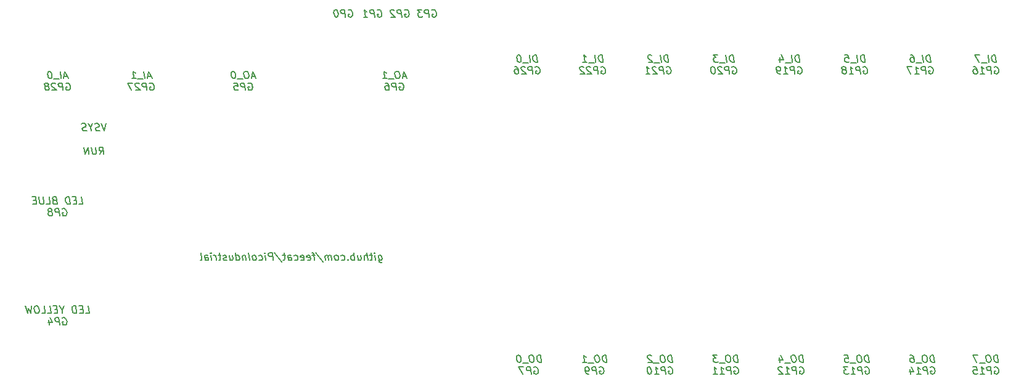
<source format=gbo>
%TF.GenerationSoftware,KiCad,Pcbnew,(5.99.0-7040-g8c08b861ab)*%
%TF.CreationDate,2021-03-18T10:44:16+08:00*%
%TF.ProjectId,PicoIndustrial,5069636f-496e-4647-9573-747269616c2e,rev?*%
%TF.SameCoordinates,Original*%
%TF.FileFunction,Legend,Bot*%
%TF.FilePolarity,Positive*%
%FSLAX46Y46*%
G04 Gerber Fmt 4.6, Leading zero omitted, Abs format (unit mm)*
G04 Created by KiCad (PCBNEW (5.99.0-7040-g8c08b861ab)) date 2021-03-18 10:44:16*
%MOMM*%
%LPD*%
G01*
G04 APERTURE LIST*
%ADD10C,0.200000*%
G04 APERTURE END LIST*
D10*
X111939910Y-67500000D02*
X112029196Y-67452380D01*
X112172053Y-67452380D01*
X112320863Y-67500000D01*
X112428005Y-67595238D01*
X112487529Y-67690476D01*
X112558958Y-67880952D01*
X112576815Y-68023809D01*
X112553005Y-68214285D01*
X112517291Y-68309523D01*
X112433958Y-68404761D01*
X112297053Y-68452380D01*
X112201815Y-68452380D01*
X112053005Y-68404761D01*
X111999434Y-68357142D01*
X111957767Y-68023809D01*
X112148244Y-68023809D01*
X111582767Y-68452380D02*
X111457767Y-67452380D01*
X111076815Y-67452380D01*
X110987529Y-67500000D01*
X110945863Y-67547619D01*
X110910148Y-67642857D01*
X110928005Y-67785714D01*
X110987529Y-67880952D01*
X111041101Y-67928571D01*
X111142291Y-67976190D01*
X111523244Y-67976190D01*
X110553005Y-67452380D02*
X109933958Y-67452380D01*
X110314910Y-67833333D01*
X110172053Y-67833333D01*
X110082767Y-67880952D01*
X110041101Y-67928571D01*
X110005386Y-68023809D01*
X110035148Y-68261904D01*
X110094672Y-68357142D01*
X110148244Y-68404761D01*
X110249434Y-68452380D01*
X110535148Y-68452380D01*
X110624434Y-68404761D01*
X110666101Y-68357142D01*
X126451815Y-74647380D02*
X126326815Y-73647380D01*
X126088720Y-73647380D01*
X125951815Y-73695000D01*
X125868482Y-73790238D01*
X125832767Y-73885476D01*
X125808958Y-74075952D01*
X125826815Y-74218809D01*
X125898244Y-74409285D01*
X125957767Y-74504523D01*
X126064910Y-74599761D01*
X126213720Y-74647380D01*
X126451815Y-74647380D01*
X125451815Y-74647380D02*
X125326815Y-73647380D01*
X125225625Y-74742619D02*
X124463720Y-74742619D01*
X123898244Y-73647380D02*
X123803005Y-73647380D01*
X123713720Y-73695000D01*
X123672053Y-73742619D01*
X123636339Y-73837857D01*
X123612529Y-74028333D01*
X123642291Y-74266428D01*
X123713720Y-74456904D01*
X123773244Y-74552142D01*
X123826815Y-74599761D01*
X123928005Y-74647380D01*
X124023244Y-74647380D01*
X124112529Y-74599761D01*
X124154196Y-74552142D01*
X124189910Y-74456904D01*
X124213720Y-74266428D01*
X124183958Y-74028333D01*
X124112529Y-73837857D01*
X124053005Y-73742619D01*
X123999434Y-73695000D01*
X123898244Y-73647380D01*
X126166101Y-75305000D02*
X126255386Y-75257380D01*
X126398244Y-75257380D01*
X126547053Y-75305000D01*
X126654196Y-75400238D01*
X126713720Y-75495476D01*
X126785148Y-75685952D01*
X126803005Y-75828809D01*
X126779196Y-76019285D01*
X126743482Y-76114523D01*
X126660148Y-76209761D01*
X126523244Y-76257380D01*
X126428005Y-76257380D01*
X126279196Y-76209761D01*
X126225625Y-76162142D01*
X126183958Y-75828809D01*
X126374434Y-75828809D01*
X125808958Y-76257380D02*
X125683958Y-75257380D01*
X125303005Y-75257380D01*
X125213720Y-75305000D01*
X125172053Y-75352619D01*
X125136339Y-75447857D01*
X125154196Y-75590714D01*
X125213720Y-75685952D01*
X125267291Y-75733571D01*
X125368482Y-75781190D01*
X125749434Y-75781190D01*
X124743482Y-75352619D02*
X124689910Y-75305000D01*
X124588720Y-75257380D01*
X124350625Y-75257380D01*
X124261339Y-75305000D01*
X124219672Y-75352619D01*
X124183958Y-75447857D01*
X124195863Y-75543095D01*
X124261339Y-75685952D01*
X124904196Y-76257380D01*
X124285148Y-76257380D01*
X123303005Y-75257380D02*
X123493482Y-75257380D01*
X123594672Y-75305000D01*
X123648244Y-75352619D01*
X123761339Y-75495476D01*
X123832767Y-75685952D01*
X123880386Y-76066904D01*
X123844672Y-76162142D01*
X123803005Y-76209761D01*
X123713720Y-76257380D01*
X123523244Y-76257380D01*
X123422053Y-76209761D01*
X123368482Y-76162142D01*
X123308958Y-76066904D01*
X123279196Y-75828809D01*
X123314910Y-75733571D01*
X123356577Y-75685952D01*
X123445863Y-75638333D01*
X123636339Y-75638333D01*
X123737529Y-75685952D01*
X123791101Y-75733571D01*
X123850625Y-75828809D01*
X104587529Y-101185714D02*
X104688720Y-101995238D01*
X104748244Y-102090476D01*
X104801815Y-102138095D01*
X104903005Y-102185714D01*
X105045863Y-102185714D01*
X105135148Y-102138095D01*
X104664910Y-101804761D02*
X104766101Y-101852380D01*
X104956577Y-101852380D01*
X105045863Y-101804761D01*
X105087529Y-101757142D01*
X105123244Y-101661904D01*
X105087529Y-101376190D01*
X105028005Y-101280952D01*
X104974434Y-101233333D01*
X104873244Y-101185714D01*
X104682767Y-101185714D01*
X104593482Y-101233333D01*
X104194672Y-101852380D02*
X104111339Y-101185714D01*
X104069672Y-100852380D02*
X104123244Y-100900000D01*
X104081577Y-100947619D01*
X104028005Y-100900000D01*
X104069672Y-100852380D01*
X104081577Y-100947619D01*
X103778005Y-101185714D02*
X103397053Y-101185714D01*
X103593482Y-100852380D02*
X103700625Y-101709523D01*
X103664910Y-101804761D01*
X103575625Y-101852380D01*
X103480386Y-101852380D01*
X103147053Y-101852380D02*
X103022053Y-100852380D01*
X102718482Y-101852380D02*
X102653005Y-101328571D01*
X102688720Y-101233333D01*
X102778005Y-101185714D01*
X102920863Y-101185714D01*
X103022053Y-101233333D01*
X103075625Y-101280952D01*
X101730386Y-101185714D02*
X101813720Y-101852380D01*
X102158958Y-101185714D02*
X102224434Y-101709523D01*
X102188720Y-101804761D01*
X102099434Y-101852380D01*
X101956577Y-101852380D01*
X101855386Y-101804761D01*
X101801815Y-101757142D01*
X101337529Y-101852380D02*
X101212529Y-100852380D01*
X101260148Y-101233333D02*
X101158958Y-101185714D01*
X100968482Y-101185714D01*
X100879196Y-101233333D01*
X100837529Y-101280952D01*
X100801815Y-101376190D01*
X100837529Y-101661904D01*
X100897053Y-101757142D01*
X100950625Y-101804761D01*
X101051815Y-101852380D01*
X101242291Y-101852380D01*
X101331577Y-101804761D01*
X100420863Y-101757142D02*
X100379196Y-101804761D01*
X100432767Y-101852380D01*
X100474434Y-101804761D01*
X100420863Y-101757142D01*
X100432767Y-101852380D01*
X99522053Y-101804761D02*
X99623244Y-101852380D01*
X99813720Y-101852380D01*
X99903005Y-101804761D01*
X99944672Y-101757142D01*
X99980386Y-101661904D01*
X99944672Y-101376190D01*
X99885148Y-101280952D01*
X99831577Y-101233333D01*
X99730386Y-101185714D01*
X99539910Y-101185714D01*
X99450625Y-101233333D01*
X98956577Y-101852380D02*
X99045863Y-101804761D01*
X99087529Y-101757142D01*
X99123244Y-101661904D01*
X99087529Y-101376190D01*
X99028005Y-101280952D01*
X98974434Y-101233333D01*
X98873244Y-101185714D01*
X98730386Y-101185714D01*
X98641101Y-101233333D01*
X98599434Y-101280952D01*
X98563720Y-101376190D01*
X98599434Y-101661904D01*
X98658958Y-101757142D01*
X98712529Y-101804761D01*
X98813720Y-101852380D01*
X98956577Y-101852380D01*
X98194672Y-101852380D02*
X98111339Y-101185714D01*
X98123244Y-101280952D02*
X98069672Y-101233333D01*
X97968482Y-101185714D01*
X97825625Y-101185714D01*
X97736339Y-101233333D01*
X97700625Y-101328571D01*
X97766101Y-101852380D01*
X97700625Y-101328571D02*
X97641101Y-101233333D01*
X97539910Y-101185714D01*
X97397053Y-101185714D01*
X97307767Y-101233333D01*
X97272053Y-101328571D01*
X97337529Y-101852380D01*
X96016101Y-100804761D02*
X97033958Y-102090476D01*
X95873244Y-101185714D02*
X95492291Y-101185714D01*
X95813720Y-101852380D02*
X95706577Y-100995238D01*
X95647053Y-100900000D01*
X95545863Y-100852380D01*
X95450625Y-100852380D01*
X94855386Y-101804761D02*
X94956577Y-101852380D01*
X95147053Y-101852380D01*
X95236339Y-101804761D01*
X95272053Y-101709523D01*
X95224434Y-101328571D01*
X95164910Y-101233333D01*
X95063720Y-101185714D01*
X94873244Y-101185714D01*
X94783958Y-101233333D01*
X94748244Y-101328571D01*
X94760148Y-101423809D01*
X95248244Y-101519047D01*
X93998244Y-101804761D02*
X94099434Y-101852380D01*
X94289910Y-101852380D01*
X94379196Y-101804761D01*
X94414910Y-101709523D01*
X94367291Y-101328571D01*
X94307767Y-101233333D01*
X94206577Y-101185714D01*
X94016101Y-101185714D01*
X93926815Y-101233333D01*
X93891101Y-101328571D01*
X93903005Y-101423809D01*
X94391101Y-101519047D01*
X93093482Y-101804761D02*
X93194672Y-101852380D01*
X93385148Y-101852380D01*
X93474434Y-101804761D01*
X93516101Y-101757142D01*
X93551815Y-101661904D01*
X93516101Y-101376190D01*
X93456577Y-101280952D01*
X93403005Y-101233333D01*
X93301815Y-101185714D01*
X93111339Y-101185714D01*
X93022053Y-101233333D01*
X92242291Y-101852380D02*
X92176815Y-101328571D01*
X92212529Y-101233333D01*
X92301815Y-101185714D01*
X92492291Y-101185714D01*
X92593482Y-101233333D01*
X92236339Y-101804761D02*
X92337529Y-101852380D01*
X92575625Y-101852380D01*
X92664910Y-101804761D01*
X92700625Y-101709523D01*
X92688720Y-101614285D01*
X92629196Y-101519047D01*
X92528005Y-101471428D01*
X92289910Y-101471428D01*
X92188720Y-101423809D01*
X91825625Y-101185714D02*
X91444672Y-101185714D01*
X91641101Y-100852380D02*
X91748244Y-101709523D01*
X91712529Y-101804761D01*
X91623244Y-101852380D01*
X91528005Y-101852380D01*
X90349434Y-100804761D02*
X91367291Y-102090476D01*
X90147053Y-101852380D02*
X90022053Y-100852380D01*
X89641101Y-100852380D01*
X89551815Y-100900000D01*
X89510148Y-100947619D01*
X89474434Y-101042857D01*
X89492291Y-101185714D01*
X89551815Y-101280952D01*
X89605386Y-101328571D01*
X89706577Y-101376190D01*
X90087529Y-101376190D01*
X89147053Y-101852380D02*
X89063720Y-101185714D01*
X89022053Y-100852380D02*
X89075625Y-100900000D01*
X89033958Y-100947619D01*
X88980386Y-100900000D01*
X89022053Y-100852380D01*
X89033958Y-100947619D01*
X88236339Y-101804761D02*
X88337529Y-101852380D01*
X88528005Y-101852380D01*
X88617291Y-101804761D01*
X88658958Y-101757142D01*
X88694672Y-101661904D01*
X88658958Y-101376190D01*
X88599434Y-101280952D01*
X88545863Y-101233333D01*
X88444672Y-101185714D01*
X88254196Y-101185714D01*
X88164910Y-101233333D01*
X87670863Y-101852380D02*
X87760148Y-101804761D01*
X87801815Y-101757142D01*
X87837529Y-101661904D01*
X87801815Y-101376190D01*
X87742291Y-101280952D01*
X87688720Y-101233333D01*
X87587529Y-101185714D01*
X87444672Y-101185714D01*
X87355386Y-101233333D01*
X87313720Y-101280952D01*
X87278005Y-101376190D01*
X87313720Y-101661904D01*
X87373244Y-101757142D01*
X87426815Y-101804761D01*
X87528005Y-101852380D01*
X87670863Y-101852380D01*
X86908958Y-101852380D02*
X86783958Y-100852380D01*
X86349434Y-101185714D02*
X86432767Y-101852380D01*
X86361339Y-101280952D02*
X86307767Y-101233333D01*
X86206577Y-101185714D01*
X86063720Y-101185714D01*
X85974434Y-101233333D01*
X85938720Y-101328571D01*
X86004196Y-101852380D01*
X85099434Y-101852380D02*
X84974434Y-100852380D01*
X85093482Y-101804761D02*
X85194672Y-101852380D01*
X85385148Y-101852380D01*
X85474434Y-101804761D01*
X85516101Y-101757142D01*
X85551815Y-101661904D01*
X85516101Y-101376190D01*
X85456577Y-101280952D01*
X85403005Y-101233333D01*
X85301815Y-101185714D01*
X85111339Y-101185714D01*
X85022053Y-101233333D01*
X84111339Y-101185714D02*
X84194672Y-101852380D01*
X84539910Y-101185714D02*
X84605386Y-101709523D01*
X84569672Y-101804761D01*
X84480386Y-101852380D01*
X84337529Y-101852380D01*
X84236339Y-101804761D01*
X84182767Y-101757142D01*
X83760148Y-101804761D02*
X83670863Y-101852380D01*
X83480386Y-101852380D01*
X83379196Y-101804761D01*
X83319672Y-101709523D01*
X83313720Y-101661904D01*
X83349434Y-101566666D01*
X83438720Y-101519047D01*
X83581577Y-101519047D01*
X83670863Y-101471428D01*
X83706577Y-101376190D01*
X83700625Y-101328571D01*
X83641101Y-101233333D01*
X83539910Y-101185714D01*
X83397053Y-101185714D01*
X83307767Y-101233333D01*
X82968482Y-101185714D02*
X82587529Y-101185714D01*
X82783958Y-100852380D02*
X82891101Y-101709523D01*
X82855386Y-101804761D01*
X82766101Y-101852380D01*
X82670863Y-101852380D01*
X82337529Y-101852380D02*
X82254196Y-101185714D01*
X82278005Y-101376190D02*
X82218482Y-101280952D01*
X82164910Y-101233333D01*
X82063720Y-101185714D01*
X81968482Y-101185714D01*
X81718482Y-101852380D02*
X81635148Y-101185714D01*
X81593482Y-100852380D02*
X81647053Y-100900000D01*
X81605386Y-100947619D01*
X81551815Y-100900000D01*
X81593482Y-100852380D01*
X81605386Y-100947619D01*
X80813720Y-101852380D02*
X80748244Y-101328571D01*
X80783958Y-101233333D01*
X80873244Y-101185714D01*
X81063720Y-101185714D01*
X81164910Y-101233333D01*
X80807767Y-101804761D02*
X80908958Y-101852380D01*
X81147053Y-101852380D01*
X81236339Y-101804761D01*
X81272053Y-101709523D01*
X81260148Y-101614285D01*
X81200625Y-101519047D01*
X81099434Y-101471428D01*
X80861339Y-101471428D01*
X80760148Y-101423809D01*
X80194672Y-101852380D02*
X80283958Y-101804761D01*
X80319672Y-101709523D01*
X80212529Y-100852380D01*
X104439910Y-67500000D02*
X104529196Y-67452380D01*
X104672053Y-67452380D01*
X104820863Y-67500000D01*
X104928005Y-67595238D01*
X104987529Y-67690476D01*
X105058958Y-67880952D01*
X105076815Y-68023809D01*
X105053005Y-68214285D01*
X105017291Y-68309523D01*
X104933958Y-68404761D01*
X104797053Y-68452380D01*
X104701815Y-68452380D01*
X104553005Y-68404761D01*
X104499434Y-68357142D01*
X104457767Y-68023809D01*
X104648244Y-68023809D01*
X104082767Y-68452380D02*
X103957767Y-67452380D01*
X103576815Y-67452380D01*
X103487529Y-67500000D01*
X103445863Y-67547619D01*
X103410148Y-67642857D01*
X103428005Y-67785714D01*
X103487529Y-67880952D01*
X103541101Y-67928571D01*
X103642291Y-67976190D01*
X104023244Y-67976190D01*
X102558958Y-68452380D02*
X103130386Y-68452380D01*
X102844672Y-68452380D02*
X102719672Y-67452380D01*
X102832767Y-67595238D01*
X102939910Y-67690476D01*
X103041101Y-67738095D01*
X100439910Y-67500000D02*
X100529196Y-67452380D01*
X100672053Y-67452380D01*
X100820863Y-67500000D01*
X100928005Y-67595238D01*
X100987529Y-67690476D01*
X101058958Y-67880952D01*
X101076815Y-68023809D01*
X101053005Y-68214285D01*
X101017291Y-68309523D01*
X100933958Y-68404761D01*
X100797053Y-68452380D01*
X100701815Y-68452380D01*
X100553005Y-68404761D01*
X100499434Y-68357142D01*
X100457767Y-68023809D01*
X100648244Y-68023809D01*
X100082767Y-68452380D02*
X99957767Y-67452380D01*
X99576815Y-67452380D01*
X99487529Y-67500000D01*
X99445863Y-67547619D01*
X99410148Y-67642857D01*
X99428005Y-67785714D01*
X99487529Y-67880952D01*
X99541101Y-67928571D01*
X99642291Y-67976190D01*
X100023244Y-67976190D01*
X98767291Y-67452380D02*
X98672053Y-67452380D01*
X98582767Y-67500000D01*
X98541101Y-67547619D01*
X98505386Y-67642857D01*
X98481577Y-67833333D01*
X98511339Y-68071428D01*
X98582767Y-68261904D01*
X98642291Y-68357142D01*
X98695863Y-68404761D01*
X98797053Y-68452380D01*
X98892291Y-68452380D01*
X98981577Y-68404761D01*
X99023244Y-68357142D01*
X99058958Y-68261904D01*
X99082767Y-68071428D01*
X99053005Y-67833333D01*
X98981577Y-67642857D01*
X98922053Y-67547619D01*
X98868482Y-67500000D01*
X98767291Y-67452380D01*
X180451815Y-74647380D02*
X180326815Y-73647380D01*
X180088720Y-73647380D01*
X179951815Y-73695000D01*
X179868482Y-73790238D01*
X179832767Y-73885476D01*
X179808958Y-74075952D01*
X179826815Y-74218809D01*
X179898244Y-74409285D01*
X179957767Y-74504523D01*
X180064910Y-74599761D01*
X180213720Y-74647380D01*
X180451815Y-74647380D01*
X179451815Y-74647380D02*
X179326815Y-73647380D01*
X179225625Y-74742619D02*
X178463720Y-74742619D01*
X177660148Y-73647380D02*
X177850625Y-73647380D01*
X177951815Y-73695000D01*
X178005386Y-73742619D01*
X178118482Y-73885476D01*
X178189910Y-74075952D01*
X178237529Y-74456904D01*
X178201815Y-74552142D01*
X178160148Y-74599761D01*
X178070863Y-74647380D01*
X177880386Y-74647380D01*
X177779196Y-74599761D01*
X177725625Y-74552142D01*
X177666101Y-74456904D01*
X177636339Y-74218809D01*
X177672053Y-74123571D01*
X177713720Y-74075952D01*
X177803005Y-74028333D01*
X177993482Y-74028333D01*
X178094672Y-74075952D01*
X178148244Y-74123571D01*
X178207767Y-74218809D01*
X180166101Y-75305000D02*
X180255386Y-75257380D01*
X180398244Y-75257380D01*
X180547053Y-75305000D01*
X180654196Y-75400238D01*
X180713720Y-75495476D01*
X180785148Y-75685952D01*
X180803005Y-75828809D01*
X180779196Y-76019285D01*
X180743482Y-76114523D01*
X180660148Y-76209761D01*
X180523244Y-76257380D01*
X180428005Y-76257380D01*
X180279196Y-76209761D01*
X180225625Y-76162142D01*
X180183958Y-75828809D01*
X180374434Y-75828809D01*
X179808958Y-76257380D02*
X179683958Y-75257380D01*
X179303005Y-75257380D01*
X179213720Y-75305000D01*
X179172053Y-75352619D01*
X179136339Y-75447857D01*
X179154196Y-75590714D01*
X179213720Y-75685952D01*
X179267291Y-75733571D01*
X179368482Y-75781190D01*
X179749434Y-75781190D01*
X178285148Y-76257380D02*
X178856577Y-76257380D01*
X178570863Y-76257380D02*
X178445863Y-75257380D01*
X178558958Y-75400238D01*
X178666101Y-75495476D01*
X178767291Y-75543095D01*
X177826815Y-75257380D02*
X177160148Y-75257380D01*
X177713720Y-76257380D01*
X108189910Y-67500000D02*
X108279196Y-67452380D01*
X108422053Y-67452380D01*
X108570863Y-67500000D01*
X108678005Y-67595238D01*
X108737529Y-67690476D01*
X108808958Y-67880952D01*
X108826815Y-68023809D01*
X108803005Y-68214285D01*
X108767291Y-68309523D01*
X108683958Y-68404761D01*
X108547053Y-68452380D01*
X108451815Y-68452380D01*
X108303005Y-68404761D01*
X108249434Y-68357142D01*
X108207767Y-68023809D01*
X108398244Y-68023809D01*
X107832767Y-68452380D02*
X107707767Y-67452380D01*
X107326815Y-67452380D01*
X107237529Y-67500000D01*
X107195863Y-67547619D01*
X107160148Y-67642857D01*
X107178005Y-67785714D01*
X107237529Y-67880952D01*
X107291101Y-67928571D01*
X107392291Y-67976190D01*
X107773244Y-67976190D01*
X106767291Y-67547619D02*
X106713720Y-67500000D01*
X106612529Y-67452380D01*
X106374434Y-67452380D01*
X106285148Y-67500000D01*
X106243482Y-67547619D01*
X106207767Y-67642857D01*
X106219672Y-67738095D01*
X106285148Y-67880952D01*
X106928005Y-68452380D01*
X106308958Y-68452380D01*
X153451815Y-74647380D02*
X153326815Y-73647380D01*
X153088720Y-73647380D01*
X152951815Y-73695000D01*
X152868482Y-73790238D01*
X152832767Y-73885476D01*
X152808958Y-74075952D01*
X152826815Y-74218809D01*
X152898244Y-74409285D01*
X152957767Y-74504523D01*
X153064910Y-74599761D01*
X153213720Y-74647380D01*
X153451815Y-74647380D01*
X152451815Y-74647380D02*
X152326815Y-73647380D01*
X152225625Y-74742619D02*
X151463720Y-74742619D01*
X151183958Y-73647380D02*
X150564910Y-73647380D01*
X150945863Y-74028333D01*
X150803005Y-74028333D01*
X150713720Y-74075952D01*
X150672053Y-74123571D01*
X150636339Y-74218809D01*
X150666101Y-74456904D01*
X150725625Y-74552142D01*
X150779196Y-74599761D01*
X150880386Y-74647380D01*
X151166101Y-74647380D01*
X151255386Y-74599761D01*
X151297053Y-74552142D01*
X153166101Y-75305000D02*
X153255386Y-75257380D01*
X153398244Y-75257380D01*
X153547053Y-75305000D01*
X153654196Y-75400238D01*
X153713720Y-75495476D01*
X153785148Y-75685952D01*
X153803005Y-75828809D01*
X153779196Y-76019285D01*
X153743482Y-76114523D01*
X153660148Y-76209761D01*
X153523244Y-76257380D01*
X153428005Y-76257380D01*
X153279196Y-76209761D01*
X153225625Y-76162142D01*
X153183958Y-75828809D01*
X153374434Y-75828809D01*
X152808958Y-76257380D02*
X152683958Y-75257380D01*
X152303005Y-75257380D01*
X152213720Y-75305000D01*
X152172053Y-75352619D01*
X152136339Y-75447857D01*
X152154196Y-75590714D01*
X152213720Y-75685952D01*
X152267291Y-75733571D01*
X152368482Y-75781190D01*
X152749434Y-75781190D01*
X151743482Y-75352619D02*
X151689910Y-75305000D01*
X151588720Y-75257380D01*
X151350625Y-75257380D01*
X151261339Y-75305000D01*
X151219672Y-75352619D01*
X151183958Y-75447857D01*
X151195863Y-75543095D01*
X151261339Y-75685952D01*
X151904196Y-76257380D01*
X151285148Y-76257380D01*
X150541101Y-75257380D02*
X150445863Y-75257380D01*
X150356577Y-75305000D01*
X150314910Y-75352619D01*
X150279196Y-75447857D01*
X150255386Y-75638333D01*
X150285148Y-75876428D01*
X150356577Y-76066904D01*
X150416101Y-76162142D01*
X150469672Y-76209761D01*
X150570863Y-76257380D01*
X150666101Y-76257380D01*
X150755386Y-76209761D01*
X150797053Y-76162142D01*
X150832767Y-76066904D01*
X150856577Y-75876428D01*
X150826815Y-75638333D01*
X150755386Y-75447857D01*
X150695863Y-75352619D01*
X150642291Y-75305000D01*
X150541101Y-75257380D01*
X135451815Y-74647380D02*
X135326815Y-73647380D01*
X135088720Y-73647380D01*
X134951815Y-73695000D01*
X134868482Y-73790238D01*
X134832767Y-73885476D01*
X134808958Y-74075952D01*
X134826815Y-74218809D01*
X134898244Y-74409285D01*
X134957767Y-74504523D01*
X135064910Y-74599761D01*
X135213720Y-74647380D01*
X135451815Y-74647380D01*
X134451815Y-74647380D02*
X134326815Y-73647380D01*
X134225625Y-74742619D02*
X133463720Y-74742619D01*
X132689910Y-74647380D02*
X133261339Y-74647380D01*
X132975625Y-74647380D02*
X132850625Y-73647380D01*
X132963720Y-73790238D01*
X133070863Y-73885476D01*
X133172053Y-73933095D01*
X135166101Y-75305000D02*
X135255386Y-75257380D01*
X135398244Y-75257380D01*
X135547053Y-75305000D01*
X135654196Y-75400238D01*
X135713720Y-75495476D01*
X135785148Y-75685952D01*
X135803005Y-75828809D01*
X135779196Y-76019285D01*
X135743482Y-76114523D01*
X135660148Y-76209761D01*
X135523244Y-76257380D01*
X135428005Y-76257380D01*
X135279196Y-76209761D01*
X135225625Y-76162142D01*
X135183958Y-75828809D01*
X135374434Y-75828809D01*
X134808958Y-76257380D02*
X134683958Y-75257380D01*
X134303005Y-75257380D01*
X134213720Y-75305000D01*
X134172053Y-75352619D01*
X134136339Y-75447857D01*
X134154196Y-75590714D01*
X134213720Y-75685952D01*
X134267291Y-75733571D01*
X134368482Y-75781190D01*
X134749434Y-75781190D01*
X133743482Y-75352619D02*
X133689910Y-75305000D01*
X133588720Y-75257380D01*
X133350625Y-75257380D01*
X133261339Y-75305000D01*
X133219672Y-75352619D01*
X133183958Y-75447857D01*
X133195863Y-75543095D01*
X133261339Y-75685952D01*
X133904196Y-76257380D01*
X133285148Y-76257380D01*
X132791101Y-75352619D02*
X132737529Y-75305000D01*
X132636339Y-75257380D01*
X132398244Y-75257380D01*
X132308958Y-75305000D01*
X132267291Y-75352619D01*
X132231577Y-75447857D01*
X132243482Y-75543095D01*
X132308958Y-75685952D01*
X132951815Y-76257380D01*
X132332767Y-76257380D01*
X87678005Y-76611666D02*
X87201815Y-76611666D01*
X87808958Y-76897380D02*
X87350625Y-75897380D01*
X87142291Y-76897380D01*
X86493482Y-75897380D02*
X86303005Y-75897380D01*
X86213720Y-75945000D01*
X86130386Y-76040238D01*
X86106577Y-76230714D01*
X86148244Y-76564047D01*
X86219672Y-76754523D01*
X86326815Y-76849761D01*
X86428005Y-76897380D01*
X86618482Y-76897380D01*
X86707767Y-76849761D01*
X86791101Y-76754523D01*
X86814910Y-76564047D01*
X86773244Y-76230714D01*
X86701815Y-76040238D01*
X86594672Y-75945000D01*
X86493482Y-75897380D01*
X86011339Y-76992619D02*
X85249434Y-76992619D01*
X84683958Y-75897380D02*
X84588720Y-75897380D01*
X84499434Y-75945000D01*
X84457767Y-75992619D01*
X84422053Y-76087857D01*
X84398244Y-76278333D01*
X84428005Y-76516428D01*
X84499434Y-76706904D01*
X84558958Y-76802142D01*
X84612529Y-76849761D01*
X84713720Y-76897380D01*
X84808958Y-76897380D01*
X84898244Y-76849761D01*
X84939910Y-76802142D01*
X84975625Y-76706904D01*
X84999434Y-76516428D01*
X84969672Y-76278333D01*
X84898244Y-76087857D01*
X84838720Y-75992619D01*
X84785148Y-75945000D01*
X84683958Y-75897380D01*
X86689910Y-77555000D02*
X86779196Y-77507380D01*
X86922053Y-77507380D01*
X87070863Y-77555000D01*
X87178005Y-77650238D01*
X87237529Y-77745476D01*
X87308958Y-77935952D01*
X87326815Y-78078809D01*
X87303005Y-78269285D01*
X87267291Y-78364523D01*
X87183958Y-78459761D01*
X87047053Y-78507380D01*
X86951815Y-78507380D01*
X86803005Y-78459761D01*
X86749434Y-78412142D01*
X86707767Y-78078809D01*
X86898244Y-78078809D01*
X86332767Y-78507380D02*
X86207767Y-77507380D01*
X85826815Y-77507380D01*
X85737529Y-77555000D01*
X85695863Y-77602619D01*
X85660148Y-77697857D01*
X85678005Y-77840714D01*
X85737529Y-77935952D01*
X85791101Y-77983571D01*
X85892291Y-78031190D01*
X86273244Y-78031190D01*
X84731577Y-77507380D02*
X85207767Y-77507380D01*
X85314910Y-77983571D01*
X85261339Y-77935952D01*
X85160148Y-77888333D01*
X84922053Y-77888333D01*
X84832767Y-77935952D01*
X84791101Y-77983571D01*
X84755386Y-78078809D01*
X84785148Y-78316904D01*
X84844672Y-78412142D01*
X84898244Y-78459761D01*
X84999434Y-78507380D01*
X85237529Y-78507380D01*
X85326815Y-78459761D01*
X85368482Y-78412142D01*
X64404196Y-109147380D02*
X64880386Y-109147380D01*
X64755386Y-108147380D01*
X64005386Y-108623571D02*
X63672053Y-108623571D01*
X63594672Y-109147380D02*
X64070863Y-109147380D01*
X63945863Y-108147380D01*
X63469672Y-108147380D01*
X63166101Y-109147380D02*
X63041101Y-108147380D01*
X62803005Y-108147380D01*
X62666101Y-108195000D01*
X62582767Y-108290238D01*
X62547053Y-108385476D01*
X62523244Y-108575952D01*
X62541101Y-108718809D01*
X62612529Y-108909285D01*
X62672053Y-109004523D01*
X62779196Y-109099761D01*
X62928005Y-109147380D01*
X63166101Y-109147380D01*
X61154196Y-108671190D02*
X61213720Y-109147380D01*
X61422053Y-108147380D02*
X61154196Y-108671190D01*
X60755386Y-108147380D01*
X60481577Y-108623571D02*
X60148244Y-108623571D01*
X60070863Y-109147380D02*
X60547053Y-109147380D01*
X60422053Y-108147380D01*
X59945863Y-108147380D01*
X59166101Y-109147380D02*
X59642291Y-109147380D01*
X59517291Y-108147380D01*
X58356577Y-109147380D02*
X58832767Y-109147380D01*
X58707767Y-108147380D01*
X57707767Y-108147380D02*
X57517291Y-108147380D01*
X57428005Y-108195000D01*
X57344672Y-108290238D01*
X57320863Y-108480714D01*
X57362529Y-108814047D01*
X57433958Y-109004523D01*
X57541101Y-109099761D01*
X57642291Y-109147380D01*
X57832767Y-109147380D01*
X57922053Y-109099761D01*
X58005386Y-109004523D01*
X58029196Y-108814047D01*
X57987529Y-108480714D01*
X57916101Y-108290238D01*
X57808958Y-108195000D01*
X57707767Y-108147380D01*
X56945863Y-108147380D02*
X56832767Y-109147380D01*
X56553005Y-108433095D01*
X56451815Y-109147380D01*
X56088720Y-108147380D01*
X61189910Y-109805000D02*
X61279196Y-109757380D01*
X61422053Y-109757380D01*
X61570863Y-109805000D01*
X61678005Y-109900238D01*
X61737529Y-109995476D01*
X61808958Y-110185952D01*
X61826815Y-110328809D01*
X61803005Y-110519285D01*
X61767291Y-110614523D01*
X61683958Y-110709761D01*
X61547053Y-110757380D01*
X61451815Y-110757380D01*
X61303005Y-110709761D01*
X61249434Y-110662142D01*
X61207767Y-110328809D01*
X61398244Y-110328809D01*
X60832767Y-110757380D02*
X60707767Y-109757380D01*
X60326815Y-109757380D01*
X60237529Y-109805000D01*
X60195863Y-109852619D01*
X60160148Y-109947857D01*
X60178005Y-110090714D01*
X60237529Y-110185952D01*
X60291101Y-110233571D01*
X60392291Y-110281190D01*
X60773244Y-110281190D01*
X59320863Y-110090714D02*
X59404196Y-110757380D01*
X59511339Y-109709761D02*
X59838720Y-110424047D01*
X59219672Y-110424047D01*
X153987529Y-115897380D02*
X153862529Y-114897380D01*
X153624434Y-114897380D01*
X153487529Y-114945000D01*
X153404196Y-115040238D01*
X153368482Y-115135476D01*
X153344672Y-115325952D01*
X153362529Y-115468809D01*
X153433958Y-115659285D01*
X153493482Y-115754523D01*
X153600625Y-115849761D01*
X153749434Y-115897380D01*
X153987529Y-115897380D01*
X152672053Y-114897380D02*
X152481577Y-114897380D01*
X152392291Y-114945000D01*
X152308958Y-115040238D01*
X152285148Y-115230714D01*
X152326815Y-115564047D01*
X152398244Y-115754523D01*
X152505386Y-115849761D01*
X152606577Y-115897380D01*
X152797053Y-115897380D01*
X152886339Y-115849761D01*
X152969672Y-115754523D01*
X152993482Y-115564047D01*
X152951815Y-115230714D01*
X152880386Y-115040238D01*
X152773244Y-114945000D01*
X152672053Y-114897380D01*
X152189910Y-115992619D02*
X151428005Y-115992619D01*
X151148244Y-114897380D02*
X150529196Y-114897380D01*
X150910148Y-115278333D01*
X150767291Y-115278333D01*
X150678005Y-115325952D01*
X150636339Y-115373571D01*
X150600625Y-115468809D01*
X150630386Y-115706904D01*
X150689910Y-115802142D01*
X150743482Y-115849761D01*
X150844672Y-115897380D01*
X151130386Y-115897380D01*
X151219672Y-115849761D01*
X151261339Y-115802142D01*
X153416101Y-116555000D02*
X153505386Y-116507380D01*
X153648244Y-116507380D01*
X153797053Y-116555000D01*
X153904196Y-116650238D01*
X153963720Y-116745476D01*
X154035148Y-116935952D01*
X154053005Y-117078809D01*
X154029196Y-117269285D01*
X153993482Y-117364523D01*
X153910148Y-117459761D01*
X153773244Y-117507380D01*
X153678005Y-117507380D01*
X153529196Y-117459761D01*
X153475625Y-117412142D01*
X153433958Y-117078809D01*
X153624434Y-117078809D01*
X153058958Y-117507380D02*
X152933958Y-116507380D01*
X152553005Y-116507380D01*
X152463720Y-116555000D01*
X152422053Y-116602619D01*
X152386339Y-116697857D01*
X152404196Y-116840714D01*
X152463720Y-116935952D01*
X152517291Y-116983571D01*
X152618482Y-117031190D01*
X152999434Y-117031190D01*
X151535148Y-117507380D02*
X152106577Y-117507380D01*
X151820863Y-117507380D02*
X151695863Y-116507380D01*
X151808958Y-116650238D01*
X151916101Y-116745476D01*
X152017291Y-116793095D01*
X150582767Y-117507380D02*
X151154196Y-117507380D01*
X150868482Y-117507380D02*
X150743482Y-116507380D01*
X150856577Y-116650238D01*
X150963720Y-116745476D01*
X151064910Y-116793095D01*
X144987529Y-115897380D02*
X144862529Y-114897380D01*
X144624434Y-114897380D01*
X144487529Y-114945000D01*
X144404196Y-115040238D01*
X144368482Y-115135476D01*
X144344672Y-115325952D01*
X144362529Y-115468809D01*
X144433958Y-115659285D01*
X144493482Y-115754523D01*
X144600625Y-115849761D01*
X144749434Y-115897380D01*
X144987529Y-115897380D01*
X143672053Y-114897380D02*
X143481577Y-114897380D01*
X143392291Y-114945000D01*
X143308958Y-115040238D01*
X143285148Y-115230714D01*
X143326815Y-115564047D01*
X143398244Y-115754523D01*
X143505386Y-115849761D01*
X143606577Y-115897380D01*
X143797053Y-115897380D01*
X143886339Y-115849761D01*
X143969672Y-115754523D01*
X143993482Y-115564047D01*
X143951815Y-115230714D01*
X143880386Y-115040238D01*
X143773244Y-114945000D01*
X143672053Y-114897380D01*
X143189910Y-115992619D02*
X142428005Y-115992619D01*
X142112529Y-114992619D02*
X142058958Y-114945000D01*
X141957767Y-114897380D01*
X141719672Y-114897380D01*
X141630386Y-114945000D01*
X141588720Y-114992619D01*
X141553005Y-115087857D01*
X141564910Y-115183095D01*
X141630386Y-115325952D01*
X142273244Y-115897380D01*
X141654196Y-115897380D01*
X144416101Y-116555000D02*
X144505386Y-116507380D01*
X144648244Y-116507380D01*
X144797053Y-116555000D01*
X144904196Y-116650238D01*
X144963720Y-116745476D01*
X145035148Y-116935952D01*
X145053005Y-117078809D01*
X145029196Y-117269285D01*
X144993482Y-117364523D01*
X144910148Y-117459761D01*
X144773244Y-117507380D01*
X144678005Y-117507380D01*
X144529196Y-117459761D01*
X144475625Y-117412142D01*
X144433958Y-117078809D01*
X144624434Y-117078809D01*
X144058958Y-117507380D02*
X143933958Y-116507380D01*
X143553005Y-116507380D01*
X143463720Y-116555000D01*
X143422053Y-116602619D01*
X143386339Y-116697857D01*
X143404196Y-116840714D01*
X143463720Y-116935952D01*
X143517291Y-116983571D01*
X143618482Y-117031190D01*
X143999434Y-117031190D01*
X142535148Y-117507380D02*
X143106577Y-117507380D01*
X142820863Y-117507380D02*
X142695863Y-116507380D01*
X142808958Y-116650238D01*
X142916101Y-116745476D01*
X143017291Y-116793095D01*
X141791101Y-116507380D02*
X141695863Y-116507380D01*
X141606577Y-116555000D01*
X141564910Y-116602619D01*
X141529196Y-116697857D01*
X141505386Y-116888333D01*
X141535148Y-117126428D01*
X141606577Y-117316904D01*
X141666101Y-117412142D01*
X141719672Y-117459761D01*
X141820863Y-117507380D01*
X141916101Y-117507380D01*
X142005386Y-117459761D01*
X142047053Y-117412142D01*
X142082767Y-117316904D01*
X142106577Y-117126428D01*
X142076815Y-116888333D01*
X142005386Y-116697857D01*
X141945863Y-116602619D01*
X141892291Y-116555000D01*
X141791101Y-116507380D01*
X135987529Y-115897380D02*
X135862529Y-114897380D01*
X135624434Y-114897380D01*
X135487529Y-114945000D01*
X135404196Y-115040238D01*
X135368482Y-115135476D01*
X135344672Y-115325952D01*
X135362529Y-115468809D01*
X135433958Y-115659285D01*
X135493482Y-115754523D01*
X135600625Y-115849761D01*
X135749434Y-115897380D01*
X135987529Y-115897380D01*
X134672053Y-114897380D02*
X134481577Y-114897380D01*
X134392291Y-114945000D01*
X134308958Y-115040238D01*
X134285148Y-115230714D01*
X134326815Y-115564047D01*
X134398244Y-115754523D01*
X134505386Y-115849761D01*
X134606577Y-115897380D01*
X134797053Y-115897380D01*
X134886339Y-115849761D01*
X134969672Y-115754523D01*
X134993482Y-115564047D01*
X134951815Y-115230714D01*
X134880386Y-115040238D01*
X134773244Y-114945000D01*
X134672053Y-114897380D01*
X134189910Y-115992619D02*
X133428005Y-115992619D01*
X132654196Y-115897380D02*
X133225624Y-115897380D01*
X132939910Y-115897380D02*
X132814910Y-114897380D01*
X132928005Y-115040238D01*
X133035148Y-115135476D01*
X133136339Y-115183095D01*
X134939910Y-116555000D02*
X135029196Y-116507380D01*
X135172053Y-116507380D01*
X135320863Y-116555000D01*
X135428005Y-116650238D01*
X135487529Y-116745476D01*
X135558958Y-116935952D01*
X135576815Y-117078809D01*
X135553005Y-117269285D01*
X135517291Y-117364523D01*
X135433958Y-117459761D01*
X135297053Y-117507380D01*
X135201815Y-117507380D01*
X135053005Y-117459761D01*
X134999434Y-117412142D01*
X134957767Y-117078809D01*
X135148244Y-117078809D01*
X134582767Y-117507380D02*
X134457767Y-116507380D01*
X134076815Y-116507380D01*
X133987529Y-116555000D01*
X133945863Y-116602619D01*
X133910148Y-116697857D01*
X133928005Y-116840714D01*
X133987529Y-116935952D01*
X134041101Y-116983571D01*
X134142291Y-117031190D01*
X134523244Y-117031190D01*
X133535148Y-117507380D02*
X133344672Y-117507380D01*
X133243482Y-117459761D01*
X133189910Y-117412142D01*
X133076815Y-117269285D01*
X133005386Y-117078809D01*
X132957767Y-116697857D01*
X132993482Y-116602619D01*
X133035148Y-116555000D01*
X133124434Y-116507380D01*
X133314910Y-116507380D01*
X133416101Y-116555000D01*
X133469672Y-116602619D01*
X133529196Y-116697857D01*
X133558958Y-116935952D01*
X133523244Y-117031190D01*
X133481577Y-117078809D01*
X133392291Y-117126428D01*
X133201815Y-117126428D01*
X133100625Y-117078809D01*
X133047053Y-117031190D01*
X132987529Y-116935952D01*
X189451815Y-74647380D02*
X189326815Y-73647380D01*
X189088720Y-73647380D01*
X188951815Y-73695000D01*
X188868482Y-73790238D01*
X188832767Y-73885476D01*
X188808958Y-74075952D01*
X188826815Y-74218809D01*
X188898244Y-74409285D01*
X188957767Y-74504523D01*
X189064910Y-74599761D01*
X189213720Y-74647380D01*
X189451815Y-74647380D01*
X188451815Y-74647380D02*
X188326815Y-73647380D01*
X188225625Y-74742619D02*
X187463720Y-74742619D01*
X187183958Y-73647380D02*
X186517291Y-73647380D01*
X187070863Y-74647380D01*
X189166101Y-75305000D02*
X189255386Y-75257380D01*
X189398244Y-75257380D01*
X189547053Y-75305000D01*
X189654196Y-75400238D01*
X189713720Y-75495476D01*
X189785148Y-75685952D01*
X189803005Y-75828809D01*
X189779196Y-76019285D01*
X189743482Y-76114523D01*
X189660148Y-76209761D01*
X189523244Y-76257380D01*
X189428005Y-76257380D01*
X189279196Y-76209761D01*
X189225625Y-76162142D01*
X189183958Y-75828809D01*
X189374434Y-75828809D01*
X188808958Y-76257380D02*
X188683958Y-75257380D01*
X188303005Y-75257380D01*
X188213720Y-75305000D01*
X188172053Y-75352619D01*
X188136339Y-75447857D01*
X188154196Y-75590714D01*
X188213720Y-75685952D01*
X188267291Y-75733571D01*
X188368482Y-75781190D01*
X188749434Y-75781190D01*
X187285148Y-76257380D02*
X187856577Y-76257380D01*
X187570863Y-76257380D02*
X187445863Y-75257380D01*
X187558958Y-75400238D01*
X187666101Y-75495476D01*
X187767291Y-75543095D01*
X186303005Y-75257380D02*
X186493482Y-75257380D01*
X186594672Y-75305000D01*
X186648244Y-75352619D01*
X186761339Y-75495476D01*
X186832767Y-75685952D01*
X186880386Y-76066904D01*
X186844672Y-76162142D01*
X186803005Y-76209761D01*
X186713720Y-76257380D01*
X186523244Y-76257380D01*
X186422053Y-76209761D01*
X186368482Y-76162142D01*
X186308958Y-76066904D01*
X186279196Y-75828809D01*
X186314910Y-75733571D01*
X186356577Y-75685952D01*
X186445863Y-75638333D01*
X186636339Y-75638333D01*
X186737529Y-75685952D01*
X186791101Y-75733571D01*
X186850625Y-75828809D01*
X61892291Y-76611666D02*
X61416101Y-76611666D01*
X62023244Y-76897380D02*
X61564910Y-75897380D01*
X61356577Y-76897380D01*
X61023244Y-76897380D02*
X60898244Y-75897380D01*
X60797053Y-76992619D02*
X60035148Y-76992619D01*
X59469672Y-75897380D02*
X59374434Y-75897380D01*
X59285148Y-75945000D01*
X59243482Y-75992619D01*
X59207767Y-76087857D01*
X59183958Y-76278333D01*
X59213720Y-76516428D01*
X59285148Y-76706904D01*
X59344672Y-76802142D01*
X59398244Y-76849761D01*
X59499434Y-76897380D01*
X59594672Y-76897380D01*
X59683958Y-76849761D01*
X59725625Y-76802142D01*
X59761339Y-76706904D01*
X59785148Y-76516428D01*
X59755386Y-76278333D01*
X59683958Y-76087857D01*
X59624434Y-75992619D01*
X59570863Y-75945000D01*
X59469672Y-75897380D01*
X61666101Y-77555000D02*
X61755386Y-77507380D01*
X61898244Y-77507380D01*
X62047053Y-77555000D01*
X62154196Y-77650238D01*
X62213720Y-77745476D01*
X62285148Y-77935952D01*
X62303005Y-78078809D01*
X62279196Y-78269285D01*
X62243482Y-78364523D01*
X62160148Y-78459761D01*
X62023244Y-78507380D01*
X61928005Y-78507380D01*
X61779196Y-78459761D01*
X61725625Y-78412142D01*
X61683958Y-78078809D01*
X61874434Y-78078809D01*
X61308958Y-78507380D02*
X61183958Y-77507380D01*
X60803005Y-77507380D01*
X60713720Y-77555000D01*
X60672053Y-77602619D01*
X60636339Y-77697857D01*
X60654196Y-77840714D01*
X60713720Y-77935952D01*
X60767291Y-77983571D01*
X60868482Y-78031190D01*
X61249434Y-78031190D01*
X60243482Y-77602619D02*
X60189910Y-77555000D01*
X60088720Y-77507380D01*
X59850625Y-77507380D01*
X59761339Y-77555000D01*
X59719672Y-77602619D01*
X59683958Y-77697857D01*
X59695863Y-77793095D01*
X59761339Y-77935952D01*
X60404196Y-78507380D01*
X59785148Y-78507380D01*
X59142291Y-77935952D02*
X59231577Y-77888333D01*
X59273244Y-77840714D01*
X59308958Y-77745476D01*
X59303005Y-77697857D01*
X59243482Y-77602619D01*
X59189910Y-77555000D01*
X59088720Y-77507380D01*
X58898244Y-77507380D01*
X58808958Y-77555000D01*
X58767291Y-77602619D01*
X58731577Y-77697857D01*
X58737529Y-77745476D01*
X58797053Y-77840714D01*
X58850625Y-77888333D01*
X58951815Y-77935952D01*
X59142291Y-77935952D01*
X59243482Y-77983571D01*
X59297053Y-78031190D01*
X59356577Y-78126428D01*
X59380386Y-78316904D01*
X59344672Y-78412142D01*
X59303005Y-78459761D01*
X59213720Y-78507380D01*
X59023244Y-78507380D01*
X58922053Y-78459761D01*
X58868482Y-78412142D01*
X58808958Y-78316904D01*
X58785148Y-78126428D01*
X58820863Y-78031190D01*
X58862529Y-77983571D01*
X58951815Y-77935952D01*
X180987529Y-115897380D02*
X180862529Y-114897380D01*
X180624434Y-114897380D01*
X180487529Y-114945000D01*
X180404196Y-115040238D01*
X180368482Y-115135476D01*
X180344672Y-115325952D01*
X180362529Y-115468809D01*
X180433958Y-115659285D01*
X180493482Y-115754523D01*
X180600625Y-115849761D01*
X180749434Y-115897380D01*
X180987529Y-115897380D01*
X179672053Y-114897380D02*
X179481577Y-114897380D01*
X179392291Y-114945000D01*
X179308958Y-115040238D01*
X179285148Y-115230714D01*
X179326815Y-115564047D01*
X179398244Y-115754523D01*
X179505386Y-115849761D01*
X179606577Y-115897380D01*
X179797053Y-115897380D01*
X179886339Y-115849761D01*
X179969672Y-115754523D01*
X179993482Y-115564047D01*
X179951815Y-115230714D01*
X179880386Y-115040238D01*
X179773244Y-114945000D01*
X179672053Y-114897380D01*
X179189910Y-115992619D02*
X178428005Y-115992619D01*
X177624434Y-114897380D02*
X177814910Y-114897380D01*
X177916101Y-114945000D01*
X177969672Y-114992619D01*
X178082767Y-115135476D01*
X178154196Y-115325952D01*
X178201815Y-115706904D01*
X178166101Y-115802142D01*
X178124434Y-115849761D01*
X178035148Y-115897380D01*
X177844672Y-115897380D01*
X177743482Y-115849761D01*
X177689910Y-115802142D01*
X177630386Y-115706904D01*
X177600625Y-115468809D01*
X177636339Y-115373571D01*
X177678005Y-115325952D01*
X177767291Y-115278333D01*
X177957767Y-115278333D01*
X178058958Y-115325952D01*
X178112529Y-115373571D01*
X178172053Y-115468809D01*
X180416101Y-116555000D02*
X180505386Y-116507380D01*
X180648244Y-116507380D01*
X180797053Y-116555000D01*
X180904196Y-116650238D01*
X180963720Y-116745476D01*
X181035148Y-116935952D01*
X181053005Y-117078809D01*
X181029196Y-117269285D01*
X180993482Y-117364523D01*
X180910148Y-117459761D01*
X180773244Y-117507380D01*
X180678005Y-117507380D01*
X180529196Y-117459761D01*
X180475625Y-117412142D01*
X180433958Y-117078809D01*
X180624434Y-117078809D01*
X180058958Y-117507380D02*
X179933958Y-116507380D01*
X179553005Y-116507380D01*
X179463720Y-116555000D01*
X179422053Y-116602619D01*
X179386339Y-116697857D01*
X179404196Y-116840714D01*
X179463720Y-116935952D01*
X179517291Y-116983571D01*
X179618482Y-117031190D01*
X179999434Y-117031190D01*
X178535148Y-117507380D02*
X179106577Y-117507380D01*
X178820863Y-117507380D02*
X178695863Y-116507380D01*
X178808958Y-116650238D01*
X178916101Y-116745476D01*
X179017291Y-116793095D01*
X177594672Y-116840714D02*
X177678005Y-117507380D01*
X177785148Y-116459761D02*
X178112529Y-117174047D01*
X177493482Y-117174047D01*
X189737529Y-115897380D02*
X189612529Y-114897380D01*
X189374434Y-114897380D01*
X189237529Y-114945000D01*
X189154196Y-115040238D01*
X189118482Y-115135476D01*
X189094672Y-115325952D01*
X189112529Y-115468809D01*
X189183958Y-115659285D01*
X189243482Y-115754523D01*
X189350625Y-115849761D01*
X189499434Y-115897380D01*
X189737529Y-115897380D01*
X188422053Y-114897380D02*
X188231577Y-114897380D01*
X188142291Y-114945000D01*
X188058958Y-115040238D01*
X188035148Y-115230714D01*
X188076815Y-115564047D01*
X188148244Y-115754523D01*
X188255386Y-115849761D01*
X188356577Y-115897380D01*
X188547053Y-115897380D01*
X188636339Y-115849761D01*
X188719672Y-115754523D01*
X188743482Y-115564047D01*
X188701815Y-115230714D01*
X188630386Y-115040238D01*
X188523244Y-114945000D01*
X188422053Y-114897380D01*
X187939910Y-115992619D02*
X187178005Y-115992619D01*
X186898244Y-114897380D02*
X186231577Y-114897380D01*
X186785148Y-115897380D01*
X189166101Y-116555000D02*
X189255386Y-116507380D01*
X189398244Y-116507380D01*
X189547053Y-116555000D01*
X189654196Y-116650238D01*
X189713720Y-116745476D01*
X189785148Y-116935952D01*
X189803005Y-117078809D01*
X189779196Y-117269285D01*
X189743482Y-117364523D01*
X189660148Y-117459761D01*
X189523244Y-117507380D01*
X189428005Y-117507380D01*
X189279196Y-117459761D01*
X189225625Y-117412142D01*
X189183958Y-117078809D01*
X189374434Y-117078809D01*
X188808958Y-117507380D02*
X188683958Y-116507380D01*
X188303005Y-116507380D01*
X188213720Y-116555000D01*
X188172053Y-116602619D01*
X188136339Y-116697857D01*
X188154196Y-116840714D01*
X188213720Y-116935952D01*
X188267291Y-116983571D01*
X188368482Y-117031190D01*
X188749434Y-117031190D01*
X187285148Y-117507380D02*
X187856577Y-117507380D01*
X187570863Y-117507380D02*
X187445863Y-116507380D01*
X187558958Y-116650238D01*
X187666101Y-116745476D01*
X187767291Y-116793095D01*
X186255386Y-116507380D02*
X186731577Y-116507380D01*
X186838720Y-116983571D01*
X186785148Y-116935952D01*
X186683958Y-116888333D01*
X186445863Y-116888333D01*
X186356577Y-116935952D01*
X186314910Y-116983571D01*
X186279196Y-117078809D01*
X186308958Y-117316904D01*
X186368482Y-117412142D01*
X186422053Y-117459761D01*
X186523244Y-117507380D01*
X186761339Y-117507380D01*
X186850625Y-117459761D01*
X186892291Y-117412142D01*
X171987529Y-115897380D02*
X171862529Y-114897380D01*
X171624434Y-114897380D01*
X171487529Y-114945000D01*
X171404196Y-115040238D01*
X171368482Y-115135476D01*
X171344672Y-115325952D01*
X171362529Y-115468809D01*
X171433958Y-115659285D01*
X171493482Y-115754523D01*
X171600625Y-115849761D01*
X171749434Y-115897380D01*
X171987529Y-115897380D01*
X170672053Y-114897380D02*
X170481577Y-114897380D01*
X170392291Y-114945000D01*
X170308958Y-115040238D01*
X170285148Y-115230714D01*
X170326815Y-115564047D01*
X170398244Y-115754523D01*
X170505386Y-115849761D01*
X170606577Y-115897380D01*
X170797053Y-115897380D01*
X170886339Y-115849761D01*
X170969672Y-115754523D01*
X170993482Y-115564047D01*
X170951815Y-115230714D01*
X170880386Y-115040238D01*
X170773244Y-114945000D01*
X170672053Y-114897380D01*
X170189910Y-115992619D02*
X169428005Y-115992619D01*
X168576815Y-114897380D02*
X169053005Y-114897380D01*
X169160148Y-115373571D01*
X169106577Y-115325952D01*
X169005386Y-115278333D01*
X168767291Y-115278333D01*
X168678005Y-115325952D01*
X168636339Y-115373571D01*
X168600625Y-115468809D01*
X168630386Y-115706904D01*
X168689910Y-115802142D01*
X168743482Y-115849761D01*
X168844672Y-115897380D01*
X169082767Y-115897380D01*
X169172053Y-115849761D01*
X169213720Y-115802142D01*
X171416101Y-116555000D02*
X171505386Y-116507380D01*
X171648244Y-116507380D01*
X171797053Y-116555000D01*
X171904196Y-116650238D01*
X171963720Y-116745476D01*
X172035148Y-116935952D01*
X172053005Y-117078809D01*
X172029196Y-117269285D01*
X171993482Y-117364523D01*
X171910148Y-117459761D01*
X171773244Y-117507380D01*
X171678005Y-117507380D01*
X171529196Y-117459761D01*
X171475625Y-117412142D01*
X171433958Y-117078809D01*
X171624434Y-117078809D01*
X171058958Y-117507380D02*
X170933958Y-116507380D01*
X170553005Y-116507380D01*
X170463720Y-116555000D01*
X170422053Y-116602619D01*
X170386339Y-116697857D01*
X170404196Y-116840714D01*
X170463720Y-116935952D01*
X170517291Y-116983571D01*
X170618482Y-117031190D01*
X170999434Y-117031190D01*
X169535148Y-117507380D02*
X170106577Y-117507380D01*
X169820863Y-117507380D02*
X169695863Y-116507380D01*
X169808958Y-116650238D01*
X169916101Y-116745476D01*
X170017291Y-116793095D01*
X169076815Y-116507380D02*
X168457767Y-116507380D01*
X168838720Y-116888333D01*
X168695863Y-116888333D01*
X168606577Y-116935952D01*
X168564910Y-116983571D01*
X168529196Y-117078809D01*
X168558958Y-117316904D01*
X168618482Y-117412142D01*
X168672053Y-117459761D01*
X168773244Y-117507380D01*
X169058958Y-117507380D01*
X169148244Y-117459761D01*
X169189910Y-117412142D01*
X73392291Y-76611666D02*
X72916101Y-76611666D01*
X73523244Y-76897380D02*
X73064910Y-75897380D01*
X72856577Y-76897380D01*
X72523244Y-76897380D02*
X72398244Y-75897380D01*
X72297053Y-76992619D02*
X71535148Y-76992619D01*
X70761339Y-76897380D02*
X71332767Y-76897380D01*
X71047053Y-76897380D02*
X70922053Y-75897380D01*
X71035148Y-76040238D01*
X71142291Y-76135476D01*
X71243482Y-76183095D01*
X73166101Y-77555000D02*
X73255386Y-77507380D01*
X73398244Y-77507380D01*
X73547053Y-77555000D01*
X73654196Y-77650238D01*
X73713720Y-77745476D01*
X73785148Y-77935952D01*
X73803005Y-78078809D01*
X73779196Y-78269285D01*
X73743482Y-78364523D01*
X73660148Y-78459761D01*
X73523244Y-78507380D01*
X73428005Y-78507380D01*
X73279196Y-78459761D01*
X73225625Y-78412142D01*
X73183958Y-78078809D01*
X73374434Y-78078809D01*
X72808958Y-78507380D02*
X72683958Y-77507380D01*
X72303005Y-77507380D01*
X72213720Y-77555000D01*
X72172053Y-77602619D01*
X72136339Y-77697857D01*
X72154196Y-77840714D01*
X72213720Y-77935952D01*
X72267291Y-77983571D01*
X72368482Y-78031190D01*
X72749434Y-78031190D01*
X71743482Y-77602619D02*
X71689910Y-77555000D01*
X71588720Y-77507380D01*
X71350625Y-77507380D01*
X71261339Y-77555000D01*
X71219672Y-77602619D01*
X71183958Y-77697857D01*
X71195863Y-77793095D01*
X71261339Y-77935952D01*
X71904196Y-78507380D01*
X71285148Y-78507380D01*
X70826815Y-77507380D02*
X70160148Y-77507380D01*
X70713720Y-78507380D01*
X108428005Y-76611666D02*
X107951815Y-76611666D01*
X108558958Y-76897380D02*
X108100625Y-75897380D01*
X107892291Y-76897380D01*
X107243482Y-75897380D02*
X107053005Y-75897380D01*
X106963720Y-75945000D01*
X106880386Y-76040238D01*
X106856577Y-76230714D01*
X106898244Y-76564047D01*
X106969672Y-76754523D01*
X107076815Y-76849761D01*
X107178005Y-76897380D01*
X107368482Y-76897380D01*
X107457767Y-76849761D01*
X107541101Y-76754523D01*
X107564910Y-76564047D01*
X107523244Y-76230714D01*
X107451815Y-76040238D01*
X107344672Y-75945000D01*
X107243482Y-75897380D01*
X106761339Y-76992619D02*
X105999434Y-76992619D01*
X105225625Y-76897380D02*
X105797053Y-76897380D01*
X105511339Y-76897380D02*
X105386339Y-75897380D01*
X105499434Y-76040238D01*
X105606577Y-76135476D01*
X105707767Y-76183095D01*
X107439910Y-77555000D02*
X107529196Y-77507380D01*
X107672053Y-77507380D01*
X107820863Y-77555000D01*
X107928005Y-77650238D01*
X107987529Y-77745476D01*
X108058958Y-77935952D01*
X108076815Y-78078809D01*
X108053005Y-78269285D01*
X108017291Y-78364523D01*
X107933958Y-78459761D01*
X107797053Y-78507380D01*
X107701815Y-78507380D01*
X107553005Y-78459761D01*
X107499434Y-78412142D01*
X107457767Y-78078809D01*
X107648244Y-78078809D01*
X107082767Y-78507380D02*
X106957767Y-77507380D01*
X106576815Y-77507380D01*
X106487529Y-77555000D01*
X106445863Y-77602619D01*
X106410148Y-77697857D01*
X106428005Y-77840714D01*
X106487529Y-77935952D01*
X106541101Y-77983571D01*
X106642291Y-78031190D01*
X107023244Y-78031190D01*
X105529196Y-77507380D02*
X105719672Y-77507380D01*
X105820863Y-77555000D01*
X105874434Y-77602619D01*
X105987529Y-77745476D01*
X106058958Y-77935952D01*
X106106577Y-78316904D01*
X106070863Y-78412142D01*
X106029196Y-78459761D01*
X105939910Y-78507380D01*
X105749434Y-78507380D01*
X105648244Y-78459761D01*
X105594672Y-78412142D01*
X105535148Y-78316904D01*
X105505386Y-78078809D01*
X105541101Y-77983571D01*
X105582767Y-77935952D01*
X105672053Y-77888333D01*
X105862529Y-77888333D01*
X105963720Y-77935952D01*
X106017291Y-77983571D01*
X106076815Y-78078809D01*
X171451815Y-74647380D02*
X171326815Y-73647380D01*
X171088720Y-73647380D01*
X170951815Y-73695000D01*
X170868482Y-73790238D01*
X170832767Y-73885476D01*
X170808958Y-74075952D01*
X170826815Y-74218809D01*
X170898244Y-74409285D01*
X170957767Y-74504523D01*
X171064910Y-74599761D01*
X171213720Y-74647380D01*
X171451815Y-74647380D01*
X170451815Y-74647380D02*
X170326815Y-73647380D01*
X170225625Y-74742619D02*
X169463720Y-74742619D01*
X168612529Y-73647380D02*
X169088720Y-73647380D01*
X169195863Y-74123571D01*
X169142291Y-74075952D01*
X169041101Y-74028333D01*
X168803005Y-74028333D01*
X168713720Y-74075952D01*
X168672053Y-74123571D01*
X168636339Y-74218809D01*
X168666101Y-74456904D01*
X168725625Y-74552142D01*
X168779196Y-74599761D01*
X168880386Y-74647380D01*
X169118482Y-74647380D01*
X169207767Y-74599761D01*
X169249434Y-74552142D01*
X171166101Y-75305000D02*
X171255386Y-75257380D01*
X171398244Y-75257380D01*
X171547053Y-75305000D01*
X171654196Y-75400238D01*
X171713720Y-75495476D01*
X171785148Y-75685952D01*
X171803005Y-75828809D01*
X171779196Y-76019285D01*
X171743482Y-76114523D01*
X171660148Y-76209761D01*
X171523244Y-76257380D01*
X171428005Y-76257380D01*
X171279196Y-76209761D01*
X171225625Y-76162142D01*
X171183958Y-75828809D01*
X171374434Y-75828809D01*
X170808958Y-76257380D02*
X170683958Y-75257380D01*
X170303005Y-75257380D01*
X170213720Y-75305000D01*
X170172053Y-75352619D01*
X170136339Y-75447857D01*
X170154196Y-75590714D01*
X170213720Y-75685952D01*
X170267291Y-75733571D01*
X170368482Y-75781190D01*
X170749434Y-75781190D01*
X169285148Y-76257380D02*
X169856577Y-76257380D01*
X169570863Y-76257380D02*
X169445863Y-75257380D01*
X169558958Y-75400238D01*
X169666101Y-75495476D01*
X169767291Y-75543095D01*
X168642291Y-75685952D02*
X168731577Y-75638333D01*
X168773244Y-75590714D01*
X168808958Y-75495476D01*
X168803005Y-75447857D01*
X168743482Y-75352619D01*
X168689910Y-75305000D01*
X168588720Y-75257380D01*
X168398244Y-75257380D01*
X168308958Y-75305000D01*
X168267291Y-75352619D01*
X168231577Y-75447857D01*
X168237529Y-75495476D01*
X168297053Y-75590714D01*
X168350625Y-75638333D01*
X168451815Y-75685952D01*
X168642291Y-75685952D01*
X168743482Y-75733571D01*
X168797053Y-75781190D01*
X168856577Y-75876428D01*
X168880386Y-76066904D01*
X168844672Y-76162142D01*
X168803005Y-76209761D01*
X168713720Y-76257380D01*
X168523244Y-76257380D01*
X168422053Y-76209761D01*
X168368482Y-76162142D01*
X168308958Y-76066904D01*
X168285148Y-75876428D01*
X168320863Y-75781190D01*
X168362529Y-75733571D01*
X168451815Y-75685952D01*
X162451815Y-74647380D02*
X162326815Y-73647380D01*
X162088720Y-73647380D01*
X161951815Y-73695000D01*
X161868482Y-73790238D01*
X161832767Y-73885476D01*
X161808958Y-74075952D01*
X161826815Y-74218809D01*
X161898244Y-74409285D01*
X161957767Y-74504523D01*
X162064910Y-74599761D01*
X162213720Y-74647380D01*
X162451815Y-74647380D01*
X161451815Y-74647380D02*
X161326815Y-73647380D01*
X161225625Y-74742619D02*
X160463720Y-74742619D01*
X159701815Y-73980714D02*
X159785148Y-74647380D01*
X159892291Y-73599761D02*
X160219672Y-74314047D01*
X159600625Y-74314047D01*
X162166101Y-75305000D02*
X162255386Y-75257380D01*
X162398244Y-75257380D01*
X162547053Y-75305000D01*
X162654196Y-75400238D01*
X162713720Y-75495476D01*
X162785148Y-75685952D01*
X162803005Y-75828809D01*
X162779196Y-76019285D01*
X162743482Y-76114523D01*
X162660148Y-76209761D01*
X162523244Y-76257380D01*
X162428005Y-76257380D01*
X162279196Y-76209761D01*
X162225625Y-76162142D01*
X162183958Y-75828809D01*
X162374434Y-75828809D01*
X161808958Y-76257380D02*
X161683958Y-75257380D01*
X161303005Y-75257380D01*
X161213720Y-75305000D01*
X161172053Y-75352619D01*
X161136339Y-75447857D01*
X161154196Y-75590714D01*
X161213720Y-75685952D01*
X161267291Y-75733571D01*
X161368482Y-75781190D01*
X161749434Y-75781190D01*
X160285148Y-76257380D02*
X160856577Y-76257380D01*
X160570863Y-76257380D02*
X160445863Y-75257380D01*
X160558958Y-75400238D01*
X160666101Y-75495476D01*
X160767291Y-75543095D01*
X159808958Y-76257380D02*
X159618482Y-76257380D01*
X159517291Y-76209761D01*
X159463720Y-76162142D01*
X159350625Y-76019285D01*
X159279196Y-75828809D01*
X159231577Y-75447857D01*
X159267291Y-75352619D01*
X159308958Y-75305000D01*
X159398244Y-75257380D01*
X159588720Y-75257380D01*
X159689910Y-75305000D01*
X159743482Y-75352619D01*
X159803005Y-75447857D01*
X159832767Y-75685952D01*
X159797053Y-75781190D01*
X159755386Y-75828809D01*
X159666101Y-75876428D01*
X159475625Y-75876428D01*
X159374434Y-75828809D01*
X159320863Y-75781190D01*
X159261339Y-75685952D01*
X162987529Y-115897380D02*
X162862529Y-114897380D01*
X162624434Y-114897380D01*
X162487529Y-114945000D01*
X162404196Y-115040238D01*
X162368482Y-115135476D01*
X162344672Y-115325952D01*
X162362529Y-115468809D01*
X162433958Y-115659285D01*
X162493482Y-115754523D01*
X162600625Y-115849761D01*
X162749434Y-115897380D01*
X162987529Y-115897380D01*
X161672053Y-114897380D02*
X161481577Y-114897380D01*
X161392291Y-114945000D01*
X161308958Y-115040238D01*
X161285148Y-115230714D01*
X161326815Y-115564047D01*
X161398244Y-115754523D01*
X161505386Y-115849761D01*
X161606577Y-115897380D01*
X161797053Y-115897380D01*
X161886339Y-115849761D01*
X161969672Y-115754523D01*
X161993482Y-115564047D01*
X161951815Y-115230714D01*
X161880386Y-115040238D01*
X161773244Y-114945000D01*
X161672053Y-114897380D01*
X161189910Y-115992619D02*
X160428005Y-115992619D01*
X159666101Y-115230714D02*
X159749434Y-115897380D01*
X159856577Y-114849761D02*
X160183958Y-115564047D01*
X159564910Y-115564047D01*
X162416101Y-116555000D02*
X162505386Y-116507380D01*
X162648244Y-116507380D01*
X162797053Y-116555000D01*
X162904196Y-116650238D01*
X162963720Y-116745476D01*
X163035148Y-116935952D01*
X163053005Y-117078809D01*
X163029196Y-117269285D01*
X162993482Y-117364523D01*
X162910148Y-117459761D01*
X162773244Y-117507380D01*
X162678005Y-117507380D01*
X162529196Y-117459761D01*
X162475625Y-117412142D01*
X162433958Y-117078809D01*
X162624434Y-117078809D01*
X162058958Y-117507380D02*
X161933958Y-116507380D01*
X161553005Y-116507380D01*
X161463720Y-116555000D01*
X161422053Y-116602619D01*
X161386339Y-116697857D01*
X161404196Y-116840714D01*
X161463720Y-116935952D01*
X161517291Y-116983571D01*
X161618482Y-117031190D01*
X161999434Y-117031190D01*
X160535148Y-117507380D02*
X161106577Y-117507380D01*
X160820863Y-117507380D02*
X160695863Y-116507380D01*
X160808958Y-116650238D01*
X160916101Y-116745476D01*
X161017291Y-116793095D01*
X160041101Y-116602619D02*
X159987529Y-116555000D01*
X159886339Y-116507380D01*
X159648244Y-116507380D01*
X159558958Y-116555000D01*
X159517291Y-116602619D01*
X159481577Y-116697857D01*
X159493482Y-116793095D01*
X159558958Y-116935952D01*
X160201815Y-117507380D01*
X159582767Y-117507380D01*
X67183958Y-83092380D02*
X66975625Y-84092380D01*
X66517291Y-83092380D01*
X66350625Y-84044761D02*
X66213720Y-84092380D01*
X65975625Y-84092380D01*
X65874434Y-84044761D01*
X65820863Y-83997142D01*
X65761339Y-83901904D01*
X65749434Y-83806666D01*
X65785148Y-83711428D01*
X65826815Y-83663809D01*
X65916101Y-83616190D01*
X66100625Y-83568571D01*
X66189910Y-83520952D01*
X66231577Y-83473333D01*
X66267291Y-83378095D01*
X66255386Y-83282857D01*
X66195863Y-83187619D01*
X66142291Y-83140000D01*
X66041101Y-83092380D01*
X65803005Y-83092380D01*
X65666101Y-83140000D01*
X65106577Y-83616190D02*
X65166101Y-84092380D01*
X65374434Y-83092380D02*
X65106577Y-83616190D01*
X64707767Y-83092380D01*
X64541101Y-84044761D02*
X64404196Y-84092380D01*
X64166101Y-84092380D01*
X64064910Y-84044761D01*
X64011339Y-83997142D01*
X63951815Y-83901904D01*
X63939910Y-83806666D01*
X63975625Y-83711428D01*
X64017291Y-83663809D01*
X64106577Y-83616190D01*
X64291101Y-83568571D01*
X64380386Y-83520952D01*
X64422053Y-83473333D01*
X64457767Y-83378095D01*
X64445863Y-83282857D01*
X64386339Y-83187619D01*
X64332767Y-83140000D01*
X64231577Y-83092380D01*
X63993482Y-83092380D01*
X63856577Y-83140000D01*
X66332767Y-87312380D02*
X66606577Y-86836190D01*
X66904196Y-87312380D02*
X66779196Y-86312380D01*
X66398244Y-86312380D01*
X66308958Y-86360000D01*
X66267291Y-86407619D01*
X66231577Y-86502857D01*
X66249434Y-86645714D01*
X66308958Y-86740952D01*
X66362529Y-86788571D01*
X66463720Y-86836190D01*
X66844672Y-86836190D01*
X65779196Y-86312380D02*
X65880386Y-87121904D01*
X65844672Y-87217142D01*
X65803005Y-87264761D01*
X65713720Y-87312380D01*
X65523244Y-87312380D01*
X65422053Y-87264761D01*
X65368482Y-87217142D01*
X65308958Y-87121904D01*
X65207767Y-86312380D01*
X64856577Y-87312380D02*
X64731577Y-86312380D01*
X64285148Y-87312380D01*
X64160148Y-86312380D01*
X126987529Y-115897380D02*
X126862529Y-114897380D01*
X126624434Y-114897380D01*
X126487529Y-114945000D01*
X126404196Y-115040238D01*
X126368482Y-115135476D01*
X126344672Y-115325952D01*
X126362529Y-115468809D01*
X126433958Y-115659285D01*
X126493482Y-115754523D01*
X126600624Y-115849761D01*
X126749434Y-115897380D01*
X126987529Y-115897380D01*
X125672053Y-114897380D02*
X125481577Y-114897380D01*
X125392291Y-114945000D01*
X125308958Y-115040238D01*
X125285148Y-115230714D01*
X125326815Y-115564047D01*
X125398244Y-115754523D01*
X125505386Y-115849761D01*
X125606577Y-115897380D01*
X125797053Y-115897380D01*
X125886339Y-115849761D01*
X125969672Y-115754523D01*
X125993482Y-115564047D01*
X125951815Y-115230714D01*
X125880386Y-115040238D01*
X125773244Y-114945000D01*
X125672053Y-114897380D01*
X125189910Y-115992619D02*
X124428005Y-115992619D01*
X123862529Y-114897380D02*
X123767291Y-114897380D01*
X123678005Y-114945000D01*
X123636339Y-114992619D01*
X123600624Y-115087857D01*
X123576815Y-115278333D01*
X123606577Y-115516428D01*
X123678005Y-115706904D01*
X123737529Y-115802142D01*
X123791101Y-115849761D01*
X123892291Y-115897380D01*
X123987529Y-115897380D01*
X124076815Y-115849761D01*
X124118482Y-115802142D01*
X124154196Y-115706904D01*
X124178005Y-115516428D01*
X124148244Y-115278333D01*
X124076815Y-115087857D01*
X124017291Y-114992619D01*
X123963720Y-114945000D01*
X123862529Y-114897380D01*
X125939910Y-116555000D02*
X126029196Y-116507380D01*
X126172053Y-116507380D01*
X126320863Y-116555000D01*
X126428005Y-116650238D01*
X126487529Y-116745476D01*
X126558958Y-116935952D01*
X126576815Y-117078809D01*
X126553005Y-117269285D01*
X126517291Y-117364523D01*
X126433958Y-117459761D01*
X126297053Y-117507380D01*
X126201815Y-117507380D01*
X126053005Y-117459761D01*
X125999434Y-117412142D01*
X125957767Y-117078809D01*
X126148244Y-117078809D01*
X125582767Y-117507380D02*
X125457767Y-116507380D01*
X125076815Y-116507380D01*
X124987529Y-116555000D01*
X124945863Y-116602619D01*
X124910148Y-116697857D01*
X124928005Y-116840714D01*
X124987529Y-116935952D01*
X125041101Y-116983571D01*
X125142291Y-117031190D01*
X125523244Y-117031190D01*
X124553005Y-116507380D02*
X123886339Y-116507380D01*
X124439910Y-117507380D01*
X63499434Y-94147380D02*
X63975625Y-94147380D01*
X63850625Y-93147380D01*
X63100625Y-93623571D02*
X62767291Y-93623571D01*
X62689910Y-94147380D02*
X63166101Y-94147380D01*
X63041101Y-93147380D01*
X62564910Y-93147380D01*
X62261339Y-94147380D02*
X62136339Y-93147380D01*
X61898244Y-93147380D01*
X61761339Y-93195000D01*
X61678005Y-93290238D01*
X61642291Y-93385476D01*
X61618482Y-93575952D01*
X61636339Y-93718809D01*
X61707767Y-93909285D01*
X61767291Y-94004523D01*
X61874434Y-94099761D01*
X62023244Y-94147380D01*
X62261339Y-94147380D01*
X60100625Y-93623571D02*
X59963720Y-93671190D01*
X59922053Y-93718809D01*
X59886339Y-93814047D01*
X59904196Y-93956904D01*
X59963720Y-94052142D01*
X60017291Y-94099761D01*
X60118482Y-94147380D01*
X60499434Y-94147380D01*
X60374434Y-93147380D01*
X60041101Y-93147380D01*
X59951815Y-93195000D01*
X59910148Y-93242619D01*
X59874434Y-93337857D01*
X59886339Y-93433095D01*
X59945863Y-93528333D01*
X59999434Y-93575952D01*
X60100625Y-93623571D01*
X60433958Y-93623571D01*
X59023244Y-94147380D02*
X59499434Y-94147380D01*
X59374434Y-93147380D01*
X58564910Y-93147380D02*
X58666101Y-93956904D01*
X58630386Y-94052142D01*
X58588720Y-94099761D01*
X58499434Y-94147380D01*
X58308958Y-94147380D01*
X58207767Y-94099761D01*
X58154196Y-94052142D01*
X58094672Y-93956904D01*
X57993482Y-93147380D01*
X57576815Y-93623571D02*
X57243482Y-93623571D01*
X57166101Y-94147380D02*
X57642291Y-94147380D01*
X57517291Y-93147380D01*
X57041101Y-93147380D01*
X61189910Y-94805000D02*
X61279196Y-94757380D01*
X61422053Y-94757380D01*
X61570863Y-94805000D01*
X61678005Y-94900238D01*
X61737529Y-94995476D01*
X61808958Y-95185952D01*
X61826815Y-95328809D01*
X61803005Y-95519285D01*
X61767291Y-95614523D01*
X61683958Y-95709761D01*
X61547053Y-95757380D01*
X61451815Y-95757380D01*
X61303005Y-95709761D01*
X61249434Y-95662142D01*
X61207767Y-95328809D01*
X61398244Y-95328809D01*
X60832767Y-95757380D02*
X60707767Y-94757380D01*
X60326815Y-94757380D01*
X60237529Y-94805000D01*
X60195863Y-94852619D01*
X60160148Y-94947857D01*
X60178005Y-95090714D01*
X60237529Y-95185952D01*
X60291101Y-95233571D01*
X60392291Y-95281190D01*
X60773244Y-95281190D01*
X59618482Y-95185952D02*
X59707767Y-95138333D01*
X59749434Y-95090714D01*
X59785148Y-94995476D01*
X59779196Y-94947857D01*
X59719672Y-94852619D01*
X59666101Y-94805000D01*
X59564910Y-94757380D01*
X59374434Y-94757380D01*
X59285148Y-94805000D01*
X59243482Y-94852619D01*
X59207767Y-94947857D01*
X59213720Y-94995476D01*
X59273244Y-95090714D01*
X59326815Y-95138333D01*
X59428005Y-95185952D01*
X59618482Y-95185952D01*
X59719672Y-95233571D01*
X59773244Y-95281190D01*
X59832767Y-95376428D01*
X59856577Y-95566904D01*
X59820863Y-95662142D01*
X59779196Y-95709761D01*
X59689910Y-95757380D01*
X59499434Y-95757380D01*
X59398244Y-95709761D01*
X59344672Y-95662142D01*
X59285148Y-95566904D01*
X59261339Y-95376428D01*
X59297053Y-95281190D01*
X59338720Y-95233571D01*
X59428005Y-95185952D01*
X144451815Y-74647380D02*
X144326815Y-73647380D01*
X144088720Y-73647380D01*
X143951815Y-73695000D01*
X143868482Y-73790238D01*
X143832767Y-73885476D01*
X143808958Y-74075952D01*
X143826815Y-74218809D01*
X143898244Y-74409285D01*
X143957767Y-74504523D01*
X144064910Y-74599761D01*
X144213720Y-74647380D01*
X144451815Y-74647380D01*
X143451815Y-74647380D02*
X143326815Y-73647380D01*
X143225625Y-74742619D02*
X142463720Y-74742619D01*
X142148244Y-73742619D02*
X142094672Y-73695000D01*
X141993482Y-73647380D01*
X141755386Y-73647380D01*
X141666101Y-73695000D01*
X141624434Y-73742619D01*
X141588720Y-73837857D01*
X141600625Y-73933095D01*
X141666101Y-74075952D01*
X142308958Y-74647380D01*
X141689910Y-74647380D01*
X144166101Y-75305000D02*
X144255386Y-75257380D01*
X144398244Y-75257380D01*
X144547053Y-75305000D01*
X144654196Y-75400238D01*
X144713720Y-75495476D01*
X144785148Y-75685952D01*
X144803005Y-75828809D01*
X144779196Y-76019285D01*
X144743482Y-76114523D01*
X144660148Y-76209761D01*
X144523244Y-76257380D01*
X144428005Y-76257380D01*
X144279196Y-76209761D01*
X144225625Y-76162142D01*
X144183958Y-75828809D01*
X144374434Y-75828809D01*
X143808958Y-76257380D02*
X143683958Y-75257380D01*
X143303005Y-75257380D01*
X143213720Y-75305000D01*
X143172053Y-75352619D01*
X143136339Y-75447857D01*
X143154196Y-75590714D01*
X143213720Y-75685952D01*
X143267291Y-75733571D01*
X143368482Y-75781190D01*
X143749434Y-75781190D01*
X142743482Y-75352619D02*
X142689910Y-75305000D01*
X142588720Y-75257380D01*
X142350625Y-75257380D01*
X142261339Y-75305000D01*
X142219672Y-75352619D01*
X142183958Y-75447857D01*
X142195863Y-75543095D01*
X142261339Y-75685952D01*
X142904196Y-76257380D01*
X142285148Y-76257380D01*
X141332767Y-76257380D02*
X141904196Y-76257380D01*
X141618482Y-76257380D02*
X141493482Y-75257380D01*
X141606577Y-75400238D01*
X141713720Y-75495476D01*
X141814910Y-75543095D01*
M02*

</source>
